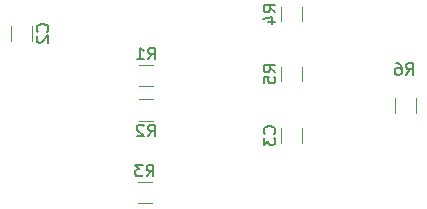
<source format=gbr>
G04 #@! TF.GenerationSoftware,KiCad,Pcbnew,5.1.2-f72e74a~84~ubuntu18.04.1*
G04 #@! TF.CreationDate,2020-01-10T04:29:40+01:00*
G04 #@! TF.ProjectId,BridgeElectrobot,42726964-6765-4456-9c65-6374726f626f,1.0*
G04 #@! TF.SameCoordinates,Original*
G04 #@! TF.FileFunction,Legend,Bot*
G04 #@! TF.FilePolarity,Positive*
%FSLAX46Y46*%
G04 Gerber Fmt 4.6, Leading zero omitted, Abs format (unit mm)*
G04 Created by KiCad (PCBNEW 5.1.2-f72e74a~84~ubuntu18.04.1) date 2020-01-10 04:29:40*
%MOMM*%
%LPD*%
G04 APERTURE LIST*
%ADD10C,0.120000*%
%ADD11C,0.150000*%
G04 APERTURE END LIST*
D10*
X119147000Y-94198064D02*
X119147000Y-92993936D01*
X117327000Y-94198064D02*
X117327000Y-92993936D01*
X142007000Y-101635936D02*
X142007000Y-102840064D01*
X140187000Y-101635936D02*
X140187000Y-102840064D01*
X129383064Y-98065000D02*
X128178936Y-98065000D01*
X129383064Y-96245000D02*
X128178936Y-96245000D01*
X129380064Y-99166000D02*
X128175936Y-99166000D01*
X129380064Y-100986000D02*
X128175936Y-100986000D01*
X129253064Y-107971000D02*
X128048936Y-107971000D01*
X129253064Y-106151000D02*
X128048936Y-106151000D01*
X140187000Y-91348936D02*
X140187000Y-92553064D01*
X142007000Y-91348936D02*
X142007000Y-92553064D01*
X142007000Y-96425936D02*
X142007000Y-97630064D01*
X140187000Y-96425936D02*
X140187000Y-97630064D01*
X151659000Y-100297064D02*
X151659000Y-99092936D01*
X149839000Y-100297064D02*
X149839000Y-99092936D01*
D11*
X120414142Y-93429333D02*
X120461761Y-93381714D01*
X120509380Y-93238857D01*
X120509380Y-93143619D01*
X120461761Y-93000761D01*
X120366523Y-92905523D01*
X120271285Y-92857904D01*
X120080809Y-92810285D01*
X119937952Y-92810285D01*
X119747476Y-92857904D01*
X119652238Y-92905523D01*
X119557000Y-93000761D01*
X119509380Y-93143619D01*
X119509380Y-93238857D01*
X119557000Y-93381714D01*
X119604619Y-93429333D01*
X119604619Y-93810285D02*
X119557000Y-93857904D01*
X119509380Y-93953142D01*
X119509380Y-94191238D01*
X119557000Y-94286476D01*
X119604619Y-94334095D01*
X119699857Y-94381714D01*
X119795095Y-94381714D01*
X119937952Y-94334095D01*
X120509380Y-93762666D01*
X120509380Y-94381714D01*
X139634142Y-102071333D02*
X139681761Y-102023714D01*
X139729380Y-101880857D01*
X139729380Y-101785619D01*
X139681761Y-101642761D01*
X139586523Y-101547523D01*
X139491285Y-101499904D01*
X139300809Y-101452285D01*
X139157952Y-101452285D01*
X138967476Y-101499904D01*
X138872238Y-101547523D01*
X138777000Y-101642761D01*
X138729380Y-101785619D01*
X138729380Y-101880857D01*
X138777000Y-102023714D01*
X138824619Y-102071333D01*
X138729380Y-102404666D02*
X138729380Y-103023714D01*
X139110333Y-102690380D01*
X139110333Y-102833238D01*
X139157952Y-102928476D01*
X139205571Y-102976095D01*
X139300809Y-103023714D01*
X139538904Y-103023714D01*
X139634142Y-102976095D01*
X139681761Y-102928476D01*
X139729380Y-102833238D01*
X139729380Y-102547523D01*
X139681761Y-102452285D01*
X139634142Y-102404666D01*
X128947666Y-95787380D02*
X129281000Y-95311190D01*
X129519095Y-95787380D02*
X129519095Y-94787380D01*
X129138142Y-94787380D01*
X129042904Y-94835000D01*
X128995285Y-94882619D01*
X128947666Y-94977857D01*
X128947666Y-95120714D01*
X128995285Y-95215952D01*
X129042904Y-95263571D01*
X129138142Y-95311190D01*
X129519095Y-95311190D01*
X127995285Y-95787380D02*
X128566714Y-95787380D01*
X128281000Y-95787380D02*
X128281000Y-94787380D01*
X128376238Y-94930238D01*
X128471476Y-95025476D01*
X128566714Y-95073095D01*
X128944666Y-102306380D02*
X129278000Y-101830190D01*
X129516095Y-102306380D02*
X129516095Y-101306380D01*
X129135142Y-101306380D01*
X129039904Y-101354000D01*
X128992285Y-101401619D01*
X128944666Y-101496857D01*
X128944666Y-101639714D01*
X128992285Y-101734952D01*
X129039904Y-101782571D01*
X129135142Y-101830190D01*
X129516095Y-101830190D01*
X128563714Y-101401619D02*
X128516095Y-101354000D01*
X128420857Y-101306380D01*
X128182761Y-101306380D01*
X128087523Y-101354000D01*
X128039904Y-101401619D01*
X127992285Y-101496857D01*
X127992285Y-101592095D01*
X128039904Y-101734952D01*
X128611333Y-102306380D01*
X127992285Y-102306380D01*
X128817666Y-105693380D02*
X129151000Y-105217190D01*
X129389095Y-105693380D02*
X129389095Y-104693380D01*
X129008142Y-104693380D01*
X128912904Y-104741000D01*
X128865285Y-104788619D01*
X128817666Y-104883857D01*
X128817666Y-105026714D01*
X128865285Y-105121952D01*
X128912904Y-105169571D01*
X129008142Y-105217190D01*
X129389095Y-105217190D01*
X128484333Y-104693380D02*
X127865285Y-104693380D01*
X128198619Y-105074333D01*
X128055761Y-105074333D01*
X127960523Y-105121952D01*
X127912904Y-105169571D01*
X127865285Y-105264809D01*
X127865285Y-105502904D01*
X127912904Y-105598142D01*
X127960523Y-105645761D01*
X128055761Y-105693380D01*
X128341476Y-105693380D01*
X128436714Y-105645761D01*
X128484333Y-105598142D01*
X139729380Y-91784333D02*
X139253190Y-91451000D01*
X139729380Y-91212904D02*
X138729380Y-91212904D01*
X138729380Y-91593857D01*
X138777000Y-91689095D01*
X138824619Y-91736714D01*
X138919857Y-91784333D01*
X139062714Y-91784333D01*
X139157952Y-91736714D01*
X139205571Y-91689095D01*
X139253190Y-91593857D01*
X139253190Y-91212904D01*
X139062714Y-92641476D02*
X139729380Y-92641476D01*
X138681761Y-92403380D02*
X139396047Y-92165285D01*
X139396047Y-92784333D01*
X139729380Y-96861333D02*
X139253190Y-96528000D01*
X139729380Y-96289904D02*
X138729380Y-96289904D01*
X138729380Y-96670857D01*
X138777000Y-96766095D01*
X138824619Y-96813714D01*
X138919857Y-96861333D01*
X139062714Y-96861333D01*
X139157952Y-96813714D01*
X139205571Y-96766095D01*
X139253190Y-96670857D01*
X139253190Y-96289904D01*
X138729380Y-97766095D02*
X138729380Y-97289904D01*
X139205571Y-97242285D01*
X139157952Y-97289904D01*
X139110333Y-97385142D01*
X139110333Y-97623238D01*
X139157952Y-97718476D01*
X139205571Y-97766095D01*
X139300809Y-97813714D01*
X139538904Y-97813714D01*
X139634142Y-97766095D01*
X139681761Y-97718476D01*
X139729380Y-97623238D01*
X139729380Y-97385142D01*
X139681761Y-97289904D01*
X139634142Y-97242285D01*
X150788666Y-97099380D02*
X151122000Y-96623190D01*
X151360095Y-97099380D02*
X151360095Y-96099380D01*
X150979142Y-96099380D01*
X150883904Y-96147000D01*
X150836285Y-96194619D01*
X150788666Y-96289857D01*
X150788666Y-96432714D01*
X150836285Y-96527952D01*
X150883904Y-96575571D01*
X150979142Y-96623190D01*
X151360095Y-96623190D01*
X149931523Y-96099380D02*
X150122000Y-96099380D01*
X150217238Y-96147000D01*
X150264857Y-96194619D01*
X150360095Y-96337476D01*
X150407714Y-96527952D01*
X150407714Y-96908904D01*
X150360095Y-97004142D01*
X150312476Y-97051761D01*
X150217238Y-97099380D01*
X150026761Y-97099380D01*
X149931523Y-97051761D01*
X149883904Y-97004142D01*
X149836285Y-96908904D01*
X149836285Y-96670809D01*
X149883904Y-96575571D01*
X149931523Y-96527952D01*
X150026761Y-96480333D01*
X150217238Y-96480333D01*
X150312476Y-96527952D01*
X150360095Y-96575571D01*
X150407714Y-96670809D01*
M02*

</source>
